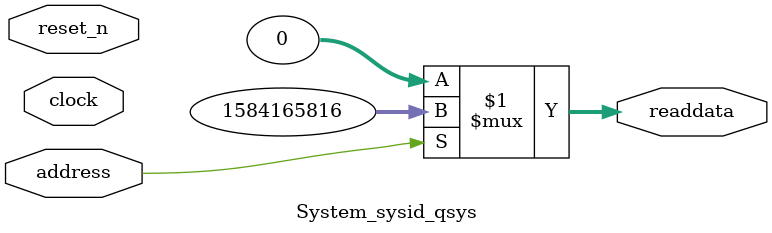
<source format=v>

`timescale 1ns / 1ps
// synthesis translate_on

// turn off superfluous verilog processor warnings 
// altera message_level Level1 
// altera message_off 10034 10035 10036 10037 10230 10240 10030 

module System_sysid_qsys (
               // inputs:
                address,
                clock,
                reset_n,

               // outputs:
                readdata
             )
;

  output  [ 31: 0] readdata;
  input            address;
  input            clock;
  input            reset_n;

  wire    [ 31: 0] readdata;
  //control_slave, which is an e_avalon_slave
  assign readdata = address ? 1584165816 : 0;

endmodule




</source>
